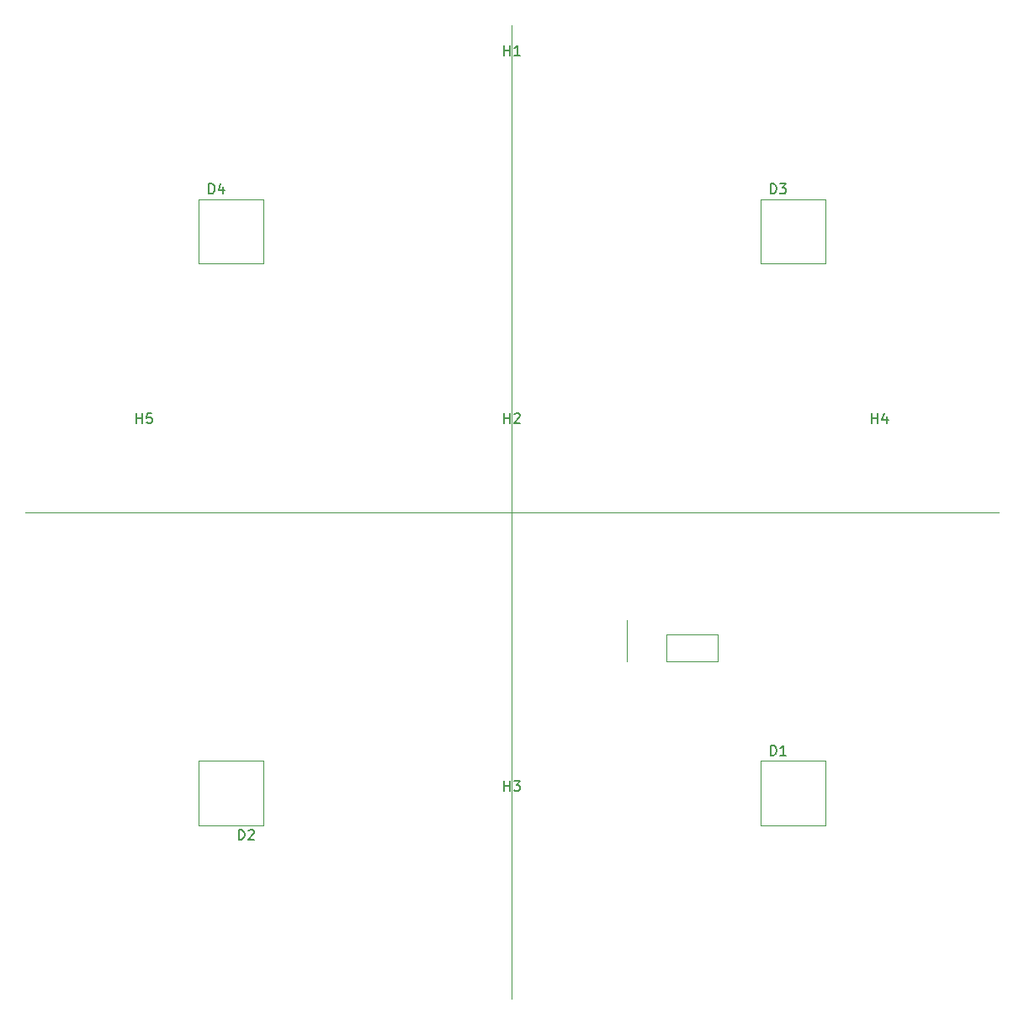
<source format=gbr>
%TF.GenerationSoftware,KiCad,Pcbnew,7.0.5-0*%
%TF.CreationDate,2023-06-12T12:21:11-04:00*%
%TF.ProjectId,quad_sipm,71756164-5f73-4697-906d-2e6b69636164,rev?*%
%TF.SameCoordinates,Original*%
%TF.FileFunction,Legend,Top*%
%TF.FilePolarity,Positive*%
%FSLAX46Y46*%
G04 Gerber Fmt 4.6, Leading zero omitted, Abs format (unit mm)*
G04 Created by KiCad (PCBNEW 7.0.5-0) date 2023-06-12 12:21:11*
%MOMM*%
%LPD*%
G01*
G04 APERTURE LIST*
%ADD10C,0.120000*%
%ADD11C,0.150000*%
G04 APERTURE END LIST*
D10*
X51000000Y-100000000D02*
X149000000Y-100000000D01*
X100000000Y-51000000D02*
X100000000Y-149000000D01*
D11*
%TO.C,D1*%
X126031905Y-124474819D02*
X126031905Y-123474819D01*
X126031905Y-123474819D02*
X126270000Y-123474819D01*
X126270000Y-123474819D02*
X126412857Y-123522438D01*
X126412857Y-123522438D02*
X126508095Y-123617676D01*
X126508095Y-123617676D02*
X126555714Y-123712914D01*
X126555714Y-123712914D02*
X126603333Y-123903390D01*
X126603333Y-123903390D02*
X126603333Y-124046247D01*
X126603333Y-124046247D02*
X126555714Y-124236723D01*
X126555714Y-124236723D02*
X126508095Y-124331961D01*
X126508095Y-124331961D02*
X126412857Y-124427200D01*
X126412857Y-124427200D02*
X126270000Y-124474819D01*
X126270000Y-124474819D02*
X126031905Y-124474819D01*
X127555714Y-124474819D02*
X126984286Y-124474819D01*
X127270000Y-124474819D02*
X127270000Y-123474819D01*
X127270000Y-123474819D02*
X127174762Y-123617676D01*
X127174762Y-123617676D02*
X127079524Y-123712914D01*
X127079524Y-123712914D02*
X126984286Y-123760533D01*
%TO.C,D3*%
X126031905Y-67959819D02*
X126031905Y-66959819D01*
X126031905Y-66959819D02*
X126270000Y-66959819D01*
X126270000Y-66959819D02*
X126412857Y-67007438D01*
X126412857Y-67007438D02*
X126508095Y-67102676D01*
X126508095Y-67102676D02*
X126555714Y-67197914D01*
X126555714Y-67197914D02*
X126603333Y-67388390D01*
X126603333Y-67388390D02*
X126603333Y-67531247D01*
X126603333Y-67531247D02*
X126555714Y-67721723D01*
X126555714Y-67721723D02*
X126508095Y-67816961D01*
X126508095Y-67816961D02*
X126412857Y-67912200D01*
X126412857Y-67912200D02*
X126270000Y-67959819D01*
X126270000Y-67959819D02*
X126031905Y-67959819D01*
X126936667Y-66959819D02*
X127555714Y-66959819D01*
X127555714Y-66959819D02*
X127222381Y-67340771D01*
X127222381Y-67340771D02*
X127365238Y-67340771D01*
X127365238Y-67340771D02*
X127460476Y-67388390D01*
X127460476Y-67388390D02*
X127508095Y-67436009D01*
X127508095Y-67436009D02*
X127555714Y-67531247D01*
X127555714Y-67531247D02*
X127555714Y-67769342D01*
X127555714Y-67769342D02*
X127508095Y-67864580D01*
X127508095Y-67864580D02*
X127460476Y-67912200D01*
X127460476Y-67912200D02*
X127365238Y-67959819D01*
X127365238Y-67959819D02*
X127079524Y-67959819D01*
X127079524Y-67959819D02*
X126984286Y-67912200D01*
X126984286Y-67912200D02*
X126936667Y-67864580D01*
%TO.C,D4*%
X69516905Y-67959819D02*
X69516905Y-66959819D01*
X69516905Y-66959819D02*
X69755000Y-66959819D01*
X69755000Y-66959819D02*
X69897857Y-67007438D01*
X69897857Y-67007438D02*
X69993095Y-67102676D01*
X69993095Y-67102676D02*
X70040714Y-67197914D01*
X70040714Y-67197914D02*
X70088333Y-67388390D01*
X70088333Y-67388390D02*
X70088333Y-67531247D01*
X70088333Y-67531247D02*
X70040714Y-67721723D01*
X70040714Y-67721723D02*
X69993095Y-67816961D01*
X69993095Y-67816961D02*
X69897857Y-67912200D01*
X69897857Y-67912200D02*
X69755000Y-67959819D01*
X69755000Y-67959819D02*
X69516905Y-67959819D01*
X70945476Y-67293152D02*
X70945476Y-67959819D01*
X70707381Y-66912200D02*
X70469286Y-67626485D01*
X70469286Y-67626485D02*
X71088333Y-67626485D01*
%TO.C,D2*%
X72516905Y-132974819D02*
X72516905Y-131974819D01*
X72516905Y-131974819D02*
X72755000Y-131974819D01*
X72755000Y-131974819D02*
X72897857Y-132022438D01*
X72897857Y-132022438D02*
X72993095Y-132117676D01*
X72993095Y-132117676D02*
X73040714Y-132212914D01*
X73040714Y-132212914D02*
X73088333Y-132403390D01*
X73088333Y-132403390D02*
X73088333Y-132546247D01*
X73088333Y-132546247D02*
X73040714Y-132736723D01*
X73040714Y-132736723D02*
X72993095Y-132831961D01*
X72993095Y-132831961D02*
X72897857Y-132927200D01*
X72897857Y-132927200D02*
X72755000Y-132974819D01*
X72755000Y-132974819D02*
X72516905Y-132974819D01*
X73469286Y-132070057D02*
X73516905Y-132022438D01*
X73516905Y-132022438D02*
X73612143Y-131974819D01*
X73612143Y-131974819D02*
X73850238Y-131974819D01*
X73850238Y-131974819D02*
X73945476Y-132022438D01*
X73945476Y-132022438D02*
X73993095Y-132070057D01*
X73993095Y-132070057D02*
X74040714Y-132165295D01*
X74040714Y-132165295D02*
X74040714Y-132260533D01*
X74040714Y-132260533D02*
X73993095Y-132403390D01*
X73993095Y-132403390D02*
X73421667Y-132974819D01*
X73421667Y-132974819D02*
X74040714Y-132974819D01*
%TO.C,H2*%
X99238095Y-91054819D02*
X99238095Y-90054819D01*
X99238095Y-90531009D02*
X99809523Y-90531009D01*
X99809523Y-91054819D02*
X99809523Y-90054819D01*
X100238095Y-90150057D02*
X100285714Y-90102438D01*
X100285714Y-90102438D02*
X100380952Y-90054819D01*
X100380952Y-90054819D02*
X100619047Y-90054819D01*
X100619047Y-90054819D02*
X100714285Y-90102438D01*
X100714285Y-90102438D02*
X100761904Y-90150057D01*
X100761904Y-90150057D02*
X100809523Y-90245295D01*
X100809523Y-90245295D02*
X100809523Y-90340533D01*
X100809523Y-90340533D02*
X100761904Y-90483390D01*
X100761904Y-90483390D02*
X100190476Y-91054819D01*
X100190476Y-91054819D02*
X100809523Y-91054819D01*
%TO.C,H3*%
X99238095Y-128054819D02*
X99238095Y-127054819D01*
X99238095Y-127531009D02*
X99809523Y-127531009D01*
X99809523Y-128054819D02*
X99809523Y-127054819D01*
X100190476Y-127054819D02*
X100809523Y-127054819D01*
X100809523Y-127054819D02*
X100476190Y-127435771D01*
X100476190Y-127435771D02*
X100619047Y-127435771D01*
X100619047Y-127435771D02*
X100714285Y-127483390D01*
X100714285Y-127483390D02*
X100761904Y-127531009D01*
X100761904Y-127531009D02*
X100809523Y-127626247D01*
X100809523Y-127626247D02*
X100809523Y-127864342D01*
X100809523Y-127864342D02*
X100761904Y-127959580D01*
X100761904Y-127959580D02*
X100714285Y-128007200D01*
X100714285Y-128007200D02*
X100619047Y-128054819D01*
X100619047Y-128054819D02*
X100333333Y-128054819D01*
X100333333Y-128054819D02*
X100238095Y-128007200D01*
X100238095Y-128007200D02*
X100190476Y-127959580D01*
%TO.C,H4*%
X136238095Y-91054819D02*
X136238095Y-90054819D01*
X136238095Y-90531009D02*
X136809523Y-90531009D01*
X136809523Y-91054819D02*
X136809523Y-90054819D01*
X137714285Y-90388152D02*
X137714285Y-91054819D01*
X137476190Y-90007200D02*
X137238095Y-90721485D01*
X137238095Y-90721485D02*
X137857142Y-90721485D01*
%TO.C,H5*%
X62238095Y-91054819D02*
X62238095Y-90054819D01*
X62238095Y-90531009D02*
X62809523Y-90531009D01*
X62809523Y-91054819D02*
X62809523Y-90054819D01*
X63761904Y-90054819D02*
X63285714Y-90054819D01*
X63285714Y-90054819D02*
X63238095Y-90531009D01*
X63238095Y-90531009D02*
X63285714Y-90483390D01*
X63285714Y-90483390D02*
X63380952Y-90435771D01*
X63380952Y-90435771D02*
X63619047Y-90435771D01*
X63619047Y-90435771D02*
X63714285Y-90483390D01*
X63714285Y-90483390D02*
X63761904Y-90531009D01*
X63761904Y-90531009D02*
X63809523Y-90626247D01*
X63809523Y-90626247D02*
X63809523Y-90864342D01*
X63809523Y-90864342D02*
X63761904Y-90959580D01*
X63761904Y-90959580D02*
X63714285Y-91007200D01*
X63714285Y-91007200D02*
X63619047Y-91054819D01*
X63619047Y-91054819D02*
X63380952Y-91054819D01*
X63380952Y-91054819D02*
X63285714Y-91007200D01*
X63285714Y-91007200D02*
X63238095Y-90959580D01*
%TO.C,H1*%
X99238095Y-54054819D02*
X99238095Y-53054819D01*
X99238095Y-53531009D02*
X99809523Y-53531009D01*
X99809523Y-54054819D02*
X99809523Y-53054819D01*
X100809523Y-54054819D02*
X100238095Y-54054819D01*
X100523809Y-54054819D02*
X100523809Y-53054819D01*
X100523809Y-53054819D02*
X100428571Y-53197676D01*
X100428571Y-53197676D02*
X100333333Y-53292914D01*
X100333333Y-53292914D02*
X100238095Y-53340533D01*
D10*
%TO.C,D1*%
X125020000Y-125020000D02*
X125020000Y-131520000D01*
X125020000Y-131520000D02*
X131520000Y-131520000D01*
X131520000Y-125020000D02*
X125020000Y-125020000D01*
X131520000Y-131520000D02*
X131520000Y-125020000D01*
%TO.C,D3*%
X125020000Y-68505000D02*
X125020000Y-75005000D01*
X125020000Y-75005000D02*
X131520000Y-75005000D01*
X131520000Y-68505000D02*
X125020000Y-68505000D01*
X131520000Y-75005000D02*
X131520000Y-68505000D01*
%TO.C,D4*%
X68505000Y-68505000D02*
X68505000Y-75005000D01*
X68505000Y-75005000D02*
X75005000Y-75005000D01*
X75005000Y-68505000D02*
X68505000Y-68505000D01*
X75005000Y-75005000D02*
X75005000Y-68505000D01*
%TO.C,D2*%
X75005000Y-131520000D02*
X75005000Y-125020000D01*
X75005000Y-125020000D02*
X68505000Y-125020000D01*
X68505000Y-131520000D02*
X75005000Y-131520000D01*
X68505000Y-125020000D02*
X68505000Y-131520000D01*
%TO.C,J5*%
X116885000Y-115040000D02*
X115555000Y-115040000D01*
X115570000Y-114995000D02*
X120710000Y-114995000D01*
X115570000Y-114995000D02*
X115570000Y-112335000D01*
X120710000Y-114995000D02*
X120710000Y-112335000D01*
X111560000Y-114985000D02*
X111585000Y-110910000D01*
X115570000Y-112335000D02*
X120710000Y-112335000D01*
%TD*%
M02*

</source>
